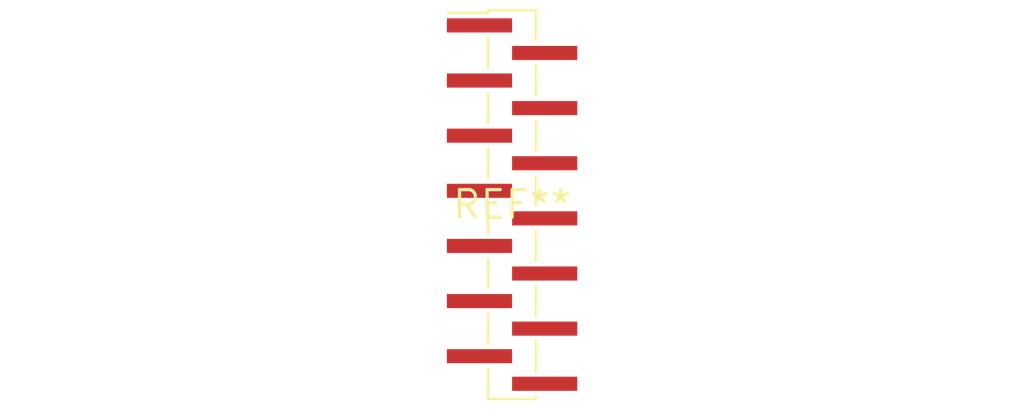
<source format=kicad_pcb>
(kicad_pcb (version 20240108) (generator pcbnew)
  (layers (0 "F.Cu" signal) (31 "B.Cu" signal) (34 "B.Paste" user) (35 "F.Paste" user) (36 "B.SilkS" user "B.Silkscreen") (37 "F.SilkS" user "F.Silkscreen") (38 "B.Mask" user) (39 "F.Mask" user) (44 "Edge.Cuts" user))
  (net 0 "")
  (footprint "PinHeader_1x14_P1.27mm_Vertical_SMD_Pin1Left" (layer "F.Cu") (at 0 0)
    (property "Reference" "REF**")
    (property "Value" "PinHeader_1x14_P1.27mm_Vertical_SMD_Pin1Left")
    (fp_line (start -1.11 -8.95) (end -1.11 -8.84) (layer "F.SilkS") (stroke (width 0.12)))
    (fp_line (start -1.11 -8.95) (end 1.11 -8.95) (layer "F.SilkS") (stroke (width 0.12)))
    (fp_line (start -1.11 -8.84) (end -2.94 -8.84) (layer "F.SilkS") (stroke (width 0.12)))
    (fp_line (start -1.11 -7.67) (end -1.11 -6.3) (layer "F.SilkS") (stroke (width 0.12)))
    (fp_line (start -1.11 -5.13) (end -1.11 -3.76) (layer "F.SilkS") (stroke (width 0.12)))
    (fp_line (start -1.11 -2.59) (end -1.11 -1.22) (layer "F.SilkS") (stroke (width 0.12)))
    (fp_line (start -1.11 -0.05) (end -1.11 1.32) (layer "F.SilkS") (stroke (width 0.12)))
    (fp_line (start -1.11 2.49) (end -1.11 3.86) (layer "F.SilkS") (stroke (width 0.12)))
    (fp_line (start -1.11 5.03) (end -1.11 6.4) (layer "F.SilkS") (stroke (width 0.12)))
    (fp_line (start -1.11 7.57) (end -1.11 8.94) (layer "F.SilkS") (stroke (width 0.12)))
    (fp_line (start -1.11 8.95) (end 1.11 8.95) (layer "F.SilkS") (stroke (width 0.12)))
    (fp_line (start 1.11 -8.94) (end 1.11 -7.57) (layer "F.SilkS") (stroke (width 0.12)))
    (fp_line (start 1.11 -6.4) (end 1.11 -5.03) (layer "F.SilkS") (stroke (width 0.12)))
    (fp_line (start 1.11 -3.86) (end 1.11 -2.49) (layer "F.SilkS") (stroke (width 0.12)))
    (fp_line (start 1.11 -1.32) (end 1.11 0.05) (layer "F.SilkS") (stroke (width 0.12)))
    (fp_line (start 1.11 1.22) (end 1.11 2.59) (layer "F.SilkS") (stroke (width 0.12)))
    (fp_line (start 1.11 3.76) (end 1.11 5.13) (layer "F.SilkS") (stroke (width 0.12)))
    (fp_line (start 1.11 6.3) (end 1.11 7.67) (layer "F.SilkS") (stroke (width 0.12)))
    (fp_line (start 1.11 8.84) (end 1.11 8.95) (layer "F.SilkS") (stroke (width 0.12)))
    (pad "1" smd rect (at -1.5 -8.255) (size 3 0.65) (layers "F.Cu" "F.Paste" "F.Mask"))
    (pad "2" smd rect (at 1.5 -6.985) (size 3 0.65) (layers "F.Cu" "F.Paste" "F.Mask"))
    (pad "3" smd rect (at -1.5 -5.715) (size 3 0.65) (layers "F.Cu" "F.Paste" "F.Mask"))
    (pad "4" smd rect (at 1.5 -4.445) (size 3 0.65) (layers "F.Cu" "F.Paste" "F.Mask"))
    (pad "5" smd rect (at -1.5 -3.175) (size 3 0.65) (layers "F.Cu" "F.Paste" "F.Mask"))
    (pad "6" smd rect (at 1.5 -1.905) (size 3 0.65) (layers "F.Cu" "F.Paste" "F.Mask"))
    (pad "7" smd rect (at -1.5 -0.635) (size 3 0.65) (layers "F.Cu" "F.Paste" "F.Mask"))
    (pad "8" smd rect (at 1.5 0.635) (size 3 0.65) (layers "F.Cu" "F.Paste" "F.Mask"))
    (pad "9" smd rect (at -1.5 1.905) (size 3 0.65) (layers "F.Cu" "F.Paste" "F.Mask"))
    (pad "10" smd rect (at 1.5 3.175) (size 3 0.65) (layers "F.Cu" "F.Paste" "F.Mask"))
    (pad "11" smd rect (at -1.5 4.445) (size 3 0.65) (layers "F.Cu" "F.Paste" "F.Mask"))
    (pad "12" smd rect (at 1.5 5.715) (size 3 0.65) (layers "F.Cu" "F.Paste" "F.Mask"))
    (pad "13" smd rect (at -1.5 6.985) (size 3 0.65) (layers "F.Cu" "F.Paste" "F.Mask"))
    (pad "14" smd rect (at 1.5 8.255) (size 3 0.65) (layers "F.Cu" "F.Paste" "F.Mask"))
  )
)
</source>
